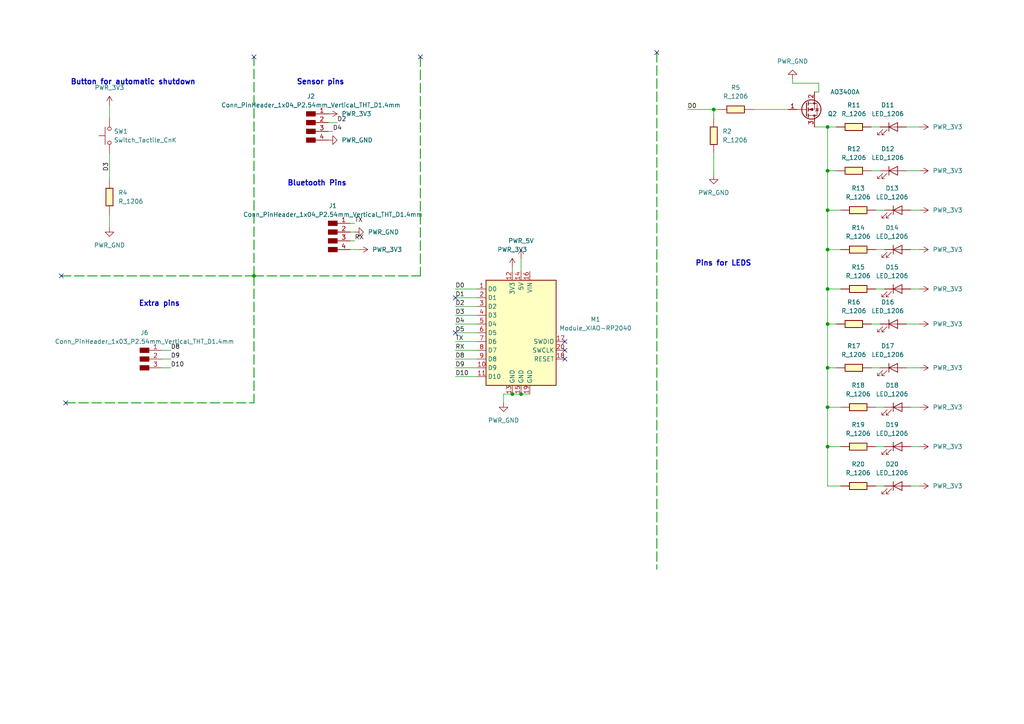
<source format=kicad_sch>
(kicad_sch (version 20250114) (generator "eeschema") (generator_version "9.0")
  (paper "A4")
  (lib_symbols
    (symbol "Fab:Conn_PinHeader_1x03_P2.54mm_Vertical_THT_D1.4mm" (pin_names (hide yes))
      (property "Reference" "J" (at 0 5.08 0))
      (property "Value" "Conn_PinHeader_1x03_P2.54mm_Vertical_THT_D1.4mm" (at 0 -5.08 0))
      (symbol "Conn_PinHeader_1x03_P2.54mm_Vertical_THT_D1.4mm_1_1"
        (rectangle (start -1.27 3.175) (end 1.27 1.905) (stroke (width 0.254)) (fill (type outline)))
        (rectangle (start -1.27 0.635) (end 1.27 -0.635) (stroke (width 0.254)) (fill (type outline)))
        (rectangle (start -1.27 -1.905) (end 1.27 -3.175) (stroke (width 0.254)) (fill (type outline)))
        (pin passive line (at 5.08 2.54 180) (length 3.81) (name "Pin_1") (number "1"))
        (pin passive line (at 5.08 0 180) (length 3.81) (name "Pin_2") (number "2"))
        (pin passive line (at 5.08 -2.54 180) (length 3.81) (name "Pin_3") (number "3"))
      )
    )
    (symbol "Fab:Conn_PinHeader_1x04_P2.54mm_Vertical_THT_D1.4mm" (pin_names (hide yes))
      (property "Reference" "J" (at 0 5.08 0))
      (property "Value" "Conn_PinHeader_1x04_P2.54mm_Vertical_THT_D1.4mm" (at 0 -7.62 0))
      (symbol "Conn_PinHeader_1x04_P2.54mm_Vertical_THT_D1.4mm_1_1"
        (rectangle (start -1.27 3.175) (end 1.27 1.905) (stroke (width 0.254)) (fill (type outline)))
        (rectangle (start -1.27 0.635) (end 1.27 -0.635) (stroke (width 0.254)) (fill (type outline)))
        (rectangle (start -1.27 -1.905) (end 1.27 -3.175) (stroke (width 0.254)) (fill (type outline)))
        (rectangle (start -1.27 -4.445) (end 1.27 -5.715) (stroke (width 0.254)) (fill (type outline)))
        (pin passive line (at 5.08 2.54 180) (length 3.81) (name "Pin_1") (number "1"))
        (pin passive line (at 5.08 0 180) (length 3.81) (name "Pin_2") (number "2"))
        (pin passive line (at 5.08 -2.54 180) (length 3.81) (name "Pin_3") (number "3"))
        (pin passive line (at 5.08 -5.08 180) (length 3.81) (name "Pin_4") (number "4"))
      )
    )
    (symbol "Fab:LED_1206" (pin_numbers (hide yes)) (pin_names (offset 1.016) (hide yes))
      (property "Reference" "D" (at 0 2.54 0))
      (property "Value" "LED_1206" (at 0 -2.54 0))
      (symbol "LED_1206_0_1"
        (polyline (pts (xy -3.048 -0.762) (xy -4.572 -2.286) (xy -3.81 -2.286) (xy -4.572 -2.286) (xy -4.572 -1.524)))
        (polyline (pts (xy -1.778 -0.762) (xy -3.302 -2.286) (xy -2.54 -2.286) (xy -3.302 -2.286) (xy -3.302 -1.524)))
        (polyline (pts (xy -1.27 0) (xy 1.27 0)))
        (polyline (pts (xy -1.27 -1.27) (xy -1.27 1.27)) (stroke (width 0.2032)))
        (polyline (pts (xy 1.27 -1.27) (xy 1.27 1.27) (xy -1.27 0) (xy 1.27 -1.27)) (stroke (width 0.2032)))
      )
      (symbol "LED_1206_1_1"
        (pin passive line (at -3.81 0 0) (length 2.54) (name "K") (number "1"))
        (pin passive line (at 3.81 0 180) (length 2.54) (name "A") (number "2"))
      )
    )
    (symbol "Fab:Module_XIAO-RP2040"
      (property "Reference" "M" (at -10.16 16.51 0))
      (property "Value" "Module_XIAO-RP2040" (at 3.81 16.51 0))
      (symbol "Module_XIAO-RP2040_1_1"
        (rectangle (start -10.16 15.24) (end 10.16 -15.24) (stroke (width 0.254)) (fill (type background)))
        (pin bidirectional line (at -12.7 12.7 0) (length 2.54) (name "D0") (number "1"))
        (pin bidirectional line (at -12.7 10.16 0) (length 2.54) (name "D1") (number "2"))
        (pin bidirectional line (at -12.7 7.62 0) (length 2.54) (name "D2") (number "3"))
        (pin bidirectional line (at -12.7 5.08 0) (length 2.54) (name "D3") (number "4"))
        (pin bidirectional line (at -12.7 2.54 0) (length 2.54) (name "D4") (number "5"))
        (pin bidirectional line (at -12.7 0 0) (length 2.54) (name "D5") (number "6"))
        (pin bidirectional line (at -12.7 -2.54 0) (length 2.54) (name "D6") (number "7"))
        (pin bidirectional line (at -12.7 -5.08 0) (length 2.54) (name "D7") (number "8"))
        (pin bidirectional line (at -12.7 -7.62 0) (length 2.54) (name "D8") (number "9"))
        (pin bidirectional line (at -12.7 -10.16 0) (length 2.54) (name "D9") (number "10"))
        (pin bidirectional line (at -12.7 -12.7 0) (length 2.54) (name "D10") (number "11"))
        (pin power_in line (at -2.54 17.78 270) (length 2.54) (name "3V3") (number "12"))
        (pin power_in line (at -2.54 -17.78 90) (length 2.54) (name "GND") (number "13"))
        (pin power_in line (at 0 17.78 270) (length 2.54) (name "5V") (number "14"))
        (pin power_in line (at 0 -17.78 90) (length 2.54) (name "GND") (number "15"))
        (pin power_in line (at 2.54 17.78 270) (length 2.54) (name "VIN") (number "16"))
        (pin power_in line (at 2.54 -17.78 90) (length 2.54) (name "GND") (number "19"))
        (pin bidirectional line (at 12.7 -2.54 180) (length 2.54) (name "SWDIO") (number "17"))
        (pin input line (at 12.7 -5.08 180) (length 2.54) (name "SWCLK") (number "20"))
        (pin input line (at 12.7 -7.62 180) (length 2.54) (name "RESET") (number "18"))
      )
    )
    (symbol "Fab:PWR_3V3" (power) (pin_names (offset 0))
      (property "Value" "PWR_3V3" (at 0 3.556 0))
      (symbol "PWR_3V3_0_1"
        (polyline (pts (xy -0.762 1.27) (xy 0 2.54)))
        (polyline (pts (xy 0 2.54) (xy 0.762 1.27)))
        (polyline (pts (xy 0 0) (xy 0 2.54)))
      )
      (symbol "PWR_3V3_1_1"
        (pin power_in line (at 0 0 90) (length 0) (hide yes) (name "PWR_3V3") (number "1"))
      )
    )
    (symbol "Fab:PWR_5V" (power) (pin_names (offset 0))
      (property "Value" "PWR_5V" (at 0 3.556 0))
      (symbol "PWR_5V_0_1"
        (polyline (pts (xy -0.762 1.27) (xy 0 2.54)))
        (polyline (pts (xy 0 2.54) (xy 0.762 1.27)))
        (polyline (pts (xy 0 0) (xy 0 2.54)))
      )
      (symbol "PWR_5V_1_1"
        (pin power_in line (at 0 0 90) (length 0) (hide yes) (name "PWR_5V") (number "1"))
      )
    )
    (symbol "Fab:PWR_GND" (power) (pin_names (offset 0))
      (property "Value" "PWR_GND" (at 0 -3.81 0))
      (symbol "PWR_GND_0_1"
        (polyline (pts (xy 0 0) (xy 0 -1.27) (xy 1.27 -1.27) (xy 0 -2.54) (xy -1.27 -1.27) (xy 0 -1.27)))
      )
      (symbol "PWR_GND_1_1"
        (pin power_in line (at 0 0 270) (length 0) (hide yes) (name "PWR_GND") (number "1"))
      )
    )
    (symbol "Fab:R_1206" (pin_numbers (hide yes)) (pin_names (offset 0))
      (property "Reference" "R" (at 2.54 0 90))
      (property "Value" "R_1206" (at -2.54 0 90))
      (symbol "R_1206_0_1"
        (rectangle (start -1.016 -2.54) (end 1.016 2.54) (stroke (width 0.254)) (fill (type background)))
      )
      (symbol "R_1206_1_1"
        (pin passive line (at 0 5.08 270) (length 2.54) (name "~") (number "1"))
        (pin passive line (at 0 -5.08 90) (length 2.54) (name "~") (number "2"))
      )
    )
    (symbol "Fab:Switch_Tactile_CnK" (pin_numbers (hide yes)) (pin_names (offset 1.016) (hide yes))
      (property "Reference" "SW" (at 1.27 3.81 0))
      (property "Value" "Switch_Tactile_CnK" (at 0 0 0))
      (symbol "Switch_Tactile_CnK_0_1"
        (circle (center -2.032 0) (radius 0.508))
        (polyline (pts (xy 0 1.27) (xy 0 3.048)))
        (circle (center 2.032 0) (radius 0.508))
        (polyline (pts (xy 2.54 1.27) (xy -2.54 1.27)))
        (pin passive line (at -5.08 0 0) (length 2.54) (name "1") (number "1"))
        (pin passive line (at 5.08 0 180) (length 2.54) (name "2") (number "2"))
      )
    )
    (symbol "Transistor_FET:AO3400A" (pin_names (hide yes))
      (property "Reference" "Q" (at 5.08 1.905 0))
      (property "Value" "AO3400A" (at 5.08 0 0))
      (symbol "AO3400A_0_1"
        (polyline (pts (xy 0.254 1.905) (xy 0.254 -1.905)) (stroke (width 0.254)))
        (polyline (pts (xy 0.254 0) (xy -2.54 0)))
        (polyline (pts (xy 0.762 2.286) (xy 0.762 1.27)) (stroke (width 0.254)))
        (polyline (pts (xy 0.762 0.508) (xy 0.762 -0.508)) (stroke (width 0.254)))
        (polyline (pts (xy 0.762 -1.27) (xy 0.762 -2.286)) (stroke (width 0.254)))
        (polyline (pts (xy 0.762 -1.778) (xy 3.302 -1.778) (xy 3.302 1.778) (xy 0.762 1.778)))
        (polyline (pts (xy 1.016 0) (xy 2.032 0.381) (xy 2.032 -0.381) (xy 1.016 0)) (fill (type outline)))
        (circle (center 1.651 0) (radius 2.794) (stroke (width 0.254)))
        (polyline (pts (xy 2.54 2.54) (xy 2.54 1.778)))
        (circle (center 2.54 1.778) (radius 0.254) (fill (type outline)))
        (circle (center 2.54 -1.778) (radius 0.254) (fill (type outline)))
        (polyline (pts (xy 2.54 -2.54) (xy 2.54 0) (xy 0.762 0)))
        (polyline (pts (xy 2.794 0.508) (xy 2.921 0.381) (xy 3.683 0.381) (xy 3.81 0.254)))
        (polyline (pts (xy 3.302 0.381) (xy 2.921 -0.254) (xy 3.683 -0.254) (xy 3.302 0.381)))
      )
      (symbol "AO3400A_1_1"
        (pin input line (at -5.08 0 0) (length 2.54) (name "G") (number "1"))
        (pin passive line (at 2.54 5.08 270) (length 2.54) (name "D") (number "3"))
        (pin passive line (at 2.54 -5.08 90) (length 2.54) (name "S") (number "2"))
      )
    )
  )
  (text "Extra pins" (at 46.228 88.138 0) (effects (font (size 1.524 1.524) (thickness 0.3048) (bold yes))))
  (text "Pins for LEDS" (at 209.804 76.454 0) (effects (font (size 1.524 1.524) (thickness 0.3048) (bold yes))))
  (text "Bluetooth Pins\n\n\n\n" (at 91.948 56.896 0) (effects (font (size 1.524 1.524) (thickness 0.3048) (bold yes))))
  (text "Sensor pins" (at 92.964 23.876 0) (effects (font (size 1.524 1.524) (thickness 0.3048) (bold yes))))
  (text "Button for automatic shutdown" (at 38.608 23.876 0) (effects (font (size 1.524 1.524) (thickness 0.3048) (bold yes))))
  (junction (at 73.66 80.01))
  (junction (at 240.03 118.11))
  (junction (at 240.03 83.82))
  (junction (at 207.01 31.75))
  (junction (at 240.03 49.53))
  (junction (at 151.13 114.3))
  (junction (at 148.59 114.3))
  (junction (at 240.03 93.98))
  (junction (at 240.03 60.96))
  (junction (at 240.03 72.39))
  (junction (at 240.03 129.54))
  (junction (at 240.03 36.83))
  (junction (at 240.03 106.68))
  (no_connect (at 73.66 16.51))
  (no_connect (at 19.05 116.84))
  (no_connect (at 132.08 86.36))
  (no_connect (at 163.83 104.14))
  (no_connect (at 190.5 15.24))
  (no_connect (at 163.83 101.6))
  (no_connect (at 17.78 80.01))
  (no_connect (at 132.08 96.52))
  (no_connect (at 163.83 99.06))
  (no_connect (at 121.92 16.51))
  (wire (pts (xy 264.16 60.96) (xy 266.7 60.96)))
  (wire (pts (xy 240.03 93.98) (xy 240.03 83.82)))
  (wire (pts (xy 252.73 93.98) (xy 255.27 93.98)))
  (wire (pts (xy 46.99 106.68) (xy 49.53 106.68)))
  (wire (pts (xy 199.39 31.75) (xy 207.01 31.75)))
  (wire (pts (xy 101.6 67.31) (xy 102.87 67.31)))
  (wire (pts (xy 240.03 93.98) (xy 242.57 93.98)))
  (wire (pts (xy 262.89 106.68) (xy 266.7 106.68)))
  (wire (pts (xy 237.49 24.13) (xy 237.49 26.67)))
  (wire (pts (xy 207.01 31.75) (xy 208.28 31.75)))
  (wire (pts (xy 240.03 83.82) (xy 240.03 72.39)))
  (wire (pts (xy 264.16 129.54) (xy 266.7 129.54)))
  (wire (pts (xy 240.03 36.83) (xy 240.03 49.53)))
  (wire (pts (xy 240.03 60.96) (xy 240.03 72.39)))
  (wire (pts (xy 73.66 80.01) (xy 73.66 16.51)) (stroke (width 0.254) (type dash)))
  (wire (pts (xy 256.54 72.39) (xy 254 72.39)))
  (wire (pts (xy 132.08 106.68) (xy 138.43 106.68)))
  (wire (pts (xy 19.05 116.84) (xy 73.66 116.84)) (stroke (width 0.254) (type dash)))
  (wire (pts (xy 240.03 140.97) (xy 240.03 129.54)))
  (wire (pts (xy 229.87 24.13) (xy 237.49 24.13)))
  (wire (pts (xy 132.08 104.14) (xy 138.43 104.14)))
  (wire (pts (xy 132.08 91.44) (xy 138.43 91.44)))
  (wire (pts (xy 228.6 31.75) (xy 218.44 31.75)))
  (wire (pts (xy 243.84 60.96) (xy 240.03 60.96)))
  (wire (pts (xy 190.5 15.24) (xy 190.5 165.1)) (stroke (width 0.254) (type dash)))
  (wire (pts (xy 31.75 30.48) (xy 31.75 34.29)))
  (wire (pts (xy 132.08 109.22) (xy 138.43 109.22)))
  (wire (pts (xy 132.08 101.6) (xy 138.43 101.6)))
  (wire (pts (xy 132.08 83.82) (xy 138.43 83.82)))
  (wire (pts (xy 240.03 36.83) (xy 242.57 36.83)))
  (wire (pts (xy 121.92 16.51) (xy 121.92 80.01)) (stroke (width 0.254) (type dash)))
  (wire (pts (xy 242.57 106.68) (xy 240.03 106.68)))
  (wire (pts (xy 46.99 101.6) (xy 49.53 101.6)))
  (wire (pts (xy 148.59 77.47) (xy 148.59 78.74)))
  (wire (pts (xy 240.03 93.98) (xy 240.03 106.68)))
  (wire (pts (xy 146.05 114.3) (xy 146.05 116.84)))
  (wire (pts (xy 242.57 49.53) (xy 240.03 49.53)))
  (wire (pts (xy 97.79 35.56) (xy 95.25 35.56)))
  (wire (pts (xy 264.16 118.11) (xy 266.7 118.11)))
  (wire (pts (xy 148.59 114.3) (xy 151.13 114.3)))
  (wire (pts (xy 132.08 88.9) (xy 138.43 88.9)))
  (wire (pts (xy 264.16 72.39) (xy 266.7 72.39)))
  (wire (pts (xy 207.01 31.75) (xy 207.01 34.29)))
  (wire (pts (xy 264.16 140.97) (xy 266.7 140.97)))
  (wire (pts (xy 240.03 118.11) (xy 240.03 106.68)))
  (wire (pts (xy 73.66 80.01) (xy 121.92 80.01)) (stroke (width 0.254) (type dash)))
  (wire (pts (xy 17.78 80.01) (xy 73.66 80.01)) (stroke (width 0.254) (type dash)))
  (wire (pts (xy 102.87 69.85) (xy 101.6 69.85)))
  (wire (pts (xy 256.54 83.82) (xy 254 83.82)))
  (wire (pts (xy 207.01 44.45) (xy 207.01 50.8)))
  (wire (pts (xy 243.84 140.97) (xy 240.03 140.97)))
  (wire (pts (xy 101.6 64.77) (xy 102.87 64.77)))
  (wire (pts (xy 255.27 106.68) (xy 252.73 106.68)))
  (wire (pts (xy 262.89 93.98) (xy 266.7 93.98)))
  (wire (pts (xy 262.89 36.83) (xy 266.7 36.83)))
  (wire (pts (xy 255.27 49.53) (xy 252.73 49.53)))
  (wire (pts (xy 243.84 118.11) (xy 240.03 118.11)))
  (wire (pts (xy 151.13 114.3) (xy 153.67 114.3)))
  (wire (pts (xy 132.08 96.52) (xy 138.43 96.52)))
  (wire (pts (xy 252.73 36.83) (xy 255.27 36.83)))
  (wire (pts (xy 73.66 80.01) (xy 73.66 116.84)) (stroke (width 0.254) (type dash)))
  (wire (pts (xy 132.08 93.98) (xy 138.43 93.98)))
  (wire (pts (xy 256.54 129.54) (xy 254 129.54)))
  (wire (pts (xy 243.84 72.39) (xy 240.03 72.39)))
  (wire (pts (xy 240.03 60.96) (xy 240.03 49.53)))
  (wire (pts (xy 237.49 26.67) (xy 236.22 26.67)))
  (wire (pts (xy 262.89 49.53) (xy 266.7 49.53)))
  (wire (pts (xy 229.87 24.13) (xy 229.87 22.86)))
  (wire (pts (xy 256.54 60.96) (xy 254 60.96)))
  (wire (pts (xy 132.08 86.36) (xy 138.43 86.36)))
  (wire (pts (xy 151.13 74.93) (xy 151.13 78.74)))
  (wire (pts (xy 148.59 114.3) (xy 146.05 114.3)))
  (wire (pts (xy 31.75 62.23) (xy 31.75 66.04)))
  (wire (pts (xy 256.54 140.97) (xy 254 140.97)))
  (wire (pts (xy 240.03 118.11) (xy 240.03 129.54)))
  (wire (pts (xy 101.6 72.39) (xy 104.14 72.39)))
  (wire (pts (xy 236.22 36.83) (xy 240.03 36.83)))
  (wire (pts (xy 46.99 104.14) (xy 49.53 104.14)))
  (wire (pts (xy 96.52 38.1) (xy 95.25 38.1)))
  (wire (pts (xy 243.84 129.54) (xy 240.03 129.54)))
  (wire (pts (xy 256.54 118.11) (xy 254 118.11)))
  (wire (pts (xy 31.75 44.45) (xy 31.75 52.07)))
  (wire (pts (xy 264.16 83.82) (xy 266.7 83.82)))
  (wire (pts (xy 132.08 99.06) (xy 138.43 99.06)))
  (wire (pts (xy 240.03 83.82) (xy 243.84 83.82)))
  (label "D0" (at 132.08 83.82 0))
  (label "D1" (at 132.08 86.36 0))
  (label "RX" (at 102.87 69.85 0))
  (label "RX" (at 132.08 101.6 0))
  (label "D3" (at 132.08 91.44 0))
  (label "TX" (at 102.87 64.77 0))
  (label "D9" (at 49.53 104.14 0))
  (label "D8" (at 132.08 104.14 0))
  (label "D2" (at 97.79 35.56 0))
  (label "D5" (at 132.08 96.52 0))
  (label "D3" (at 31.75 46.99 270))
  (label "D8" (at 49.53 101.6 0))
  (label "D0" (at 199.39 31.75 0))
  (label "D10" (at 49.53 106.68 0))
  (label "D2" (at 132.08 88.9 0))
  (label "D4" (at 132.08 93.98 0))
  (label "D9" (at 132.08 106.68 0))
  (label "TX" (at 132.08 99.06 0))
  (label "D10" (at 132.08 109.22 0))
  (label "D4" (at 96.52 38.1 0))
  (symbol (lib_id "Fab:R_1206") (at 248.92 60.96 90) (unit 1)
    (property "Reference" "R13" (at 248.92 54.61 90))
    (property "Value" "R_1206" (at 248.92 57.15 90))
    (property "Footprint" "fab:R_1206" (effects (hide yes)))
    (property "Description" "Resistor" (effects (hide yes)))
  )
  (symbol (lib_id "Fab:R_1206") (at 247.65 93.98 90) (unit 1)
    (property "Reference" "R16" (at 247.65 87.63 90))
    (property "Value" "R_1206" (at 247.65 90.17 90))
    (property "Footprint" "fab:R_1206" (effects (hide yes)))
    (property "Description" "Resistor" (effects (hide yes)))
  )
  (symbol (lib_id "Fab:PWR_3V3") (at 266.7 36.83 270) (unit 1)
    (property "Reference" "#PWR012" (effects (hide yes)))
    (property "Value" "PWR_3V3" (at 270.51 36.8299 90) (effects (justify left)))
    (property "Description" "Power symbol creates a global label with name \"+3V3\"" (effects (hide yes)))
  )
  (symbol (lib_id "Fab:LED_1206") (at 260.35 72.39 0) (unit 1)
    (property "Reference" "D14" (at 258.7498 66.04 0))
    (property "Value" "LED_1206" (at 258.7498 68.58 0))
    (property "Footprint" "fab:LED_1206" (effects (hide yes)))
    (property "Datasheet" "https://optoelectronics.liteon.com/upload/download/DS-22-98-0002/LTST-C150CKT.pdf" (effects (hide yes)))
    (property "Description" "Light emitting diode, Lite-On Inc. LTST, SMD" (effects (hide yes)))
  )
  (symbol (lib_id "Fab:LED_1206") (at 259.08 49.53 0) (unit 1)
    (property "Reference" "D12" (at 257.4798 43.18 0))
    (property "Value" "LED_1206" (at 257.4798 45.72 0))
    (property "Footprint" "fab:LED_1206" (effects (hide yes)))
    (property "Datasheet" "https://optoelectronics.liteon.com/upload/download/DS-22-98-0002/LTST-C150CKT.pdf" (effects (hide yes)))
    (property "Description" "Light emitting diode, Lite-On Inc. LTST, SMD" (effects (hide yes)))
  )
  (symbol (lib_id "Fab:LED_1206") (at 259.08 106.68 0) (unit 1)
    (property "Reference" "D17" (at 257.4798 100.33 0))
    (property "Value" "LED_1206" (at 257.4798 102.87 0))
    (property "Footprint" "fab:LED_1206" (effects (hide yes)))
    (property "Datasheet" "https://optoelectronics.liteon.com/upload/download/DS-22-98-0002/LTST-C150CKT.pdf" (effects (hide yes)))
    (property "Description" "Light emitting diode, Lite-On Inc. LTST, SMD" (effects (hide yes)))
  )
  (symbol (lib_id "Fab:PWR_3V3") (at 266.7 72.39 270) (unit 1)
    (property "Reference" "#PWR015" (effects (hide yes)))
    (property "Value" "PWR_3V3" (at 270.51 72.3899 90) (effects (justify left)))
    (property "Description" "Power symbol creates a global label with name \"+3V3\"" (effects (hide yes)))
  )
  (symbol (lib_id "Fab:PWR_GND") (at 229.87 22.86 180) (unit 1)
    (property "Reference" "#PWR011" (effects (hide yes)))
    (property "Value" "PWR_GND" (at 229.87 17.78 0))
    (property "Description" "Power symbol creates a global label with name \"GND\" , ground" (effects (hide yes)))
  )
  (symbol (lib_id "Fab:Conn_PinHeader_1x04_P2.54mm_Vertical_THT_D1.4mm") (at 90.17 35.56 0) (unit 1)
    (property "Reference" "J2" (at 90.17 27.94 0))
    (property "Value" "Conn_PinHeader_1x04_P2.54mm_Vertical_THT_D1.4mm" (at 90.17 30.48 0))
    (property "Footprint" "fab:PinHeader_1x04_P2.54mm_Vertical_THT_D1.4mm" (effects (hide yes)))
    (property "Description" "Male connector, single row" (effects (hide yes)))
  )
  (symbol (lib_id "Transistor_FET:AO3400A") (at 233.68 31.75 0) (mirror x) (unit 1)
    (property "Reference" "Q2" (at 240.03 33.0201 0) (effects (justify left)))
    (property "Value" "AO3400A" (at 240.792 26.67 0) (effects (justify left)))
    (property "Footprint" "fab:SOT-23" (effects (hide yes)))
    (property "Datasheet" "http://www.aosmd.com/pdfs/datasheet/AO3400A.pdf" (effects (hide yes)))
    (property "Description" "30V Vds, 5.7A Id, N-Channel MOSFET, SOT-23" (effects (hide yes)))
  )
  (symbol (lib_id "Fab:PWR_GND") (at 146.05 116.84 0) (unit 1)
    (property "Reference" "#PWR03" (effects (hide yes)))
    (property "Value" "PWR_GND" (at 146.05 121.92 0))
    (property "Description" "Power symbol creates a global label with name \"GND\" , ground" (effects (hide yes)))
  )
  (symbol (lib_id "Fab:LED_1206") (at 260.35 140.97 0) (unit 1)
    (property "Reference" "D20" (at 258.7498 134.62 0))
    (property "Value" "LED_1206" (at 258.7498 137.16 0))
    (property "Footprint" "fab:LED_1206" (effects (hide yes)))
    (property "Datasheet" "https://optoelectronics.liteon.com/upload/download/DS-22-98-0002/LTST-C150CKT.pdf" (effects (hide yes)))
    (property "Description" "Light emitting diode, Lite-On Inc. LTST, SMD" (effects (hide yes)))
  )
  (symbol (lib_id "Fab:R_1206") (at 248.92 118.11 90) (unit 1)
    (property "Reference" "R18" (at 248.92 111.76 90))
    (property "Value" "R_1206" (at 248.92 114.3 90))
    (property "Footprint" "fab:R_1206" (effects (hide yes)))
    (property "Description" "Resistor" (effects (hide yes)))
  )
  (symbol (lib_id "Fab:PWR_3V3") (at 266.7 106.68 270) (unit 1)
    (property "Reference" "#PWR018" (effects (hide yes)))
    (property "Value" "PWR_3V3" (at 270.51 106.6799 90) (effects (justify left)))
    (property "Description" "Power symbol creates a global label with name \"+3V3\"" (effects (hide yes)))
  )
  (symbol (lib_id "Fab:PWR_3V3") (at 31.75 30.48 0) (unit 1)
    (property "Reference" "#PWR09" (effects (hide yes)))
    (property "Value" "PWR_3V3" (at 31.75 25.4 0))
    (property "Description" "Power symbol creates a global label with name \"+3V3\"" (effects (hide yes)))
  )
  (symbol (lib_id "Fab:R_1206") (at 247.65 106.68 90) (unit 1)
    (property "Reference" "R17" (at 247.65 100.33 90))
    (property "Value" "R_1206" (at 247.65 102.87 90))
    (property "Footprint" "fab:R_1206" (effects (hide yes)))
    (property "Description" "Resistor" (effects (hide yes)))
  )
  (symbol (lib_id "Fab:R_1206") (at 247.65 36.83 90) (unit 1)
    (property "Reference" "R11" (at 247.65 30.48 90))
    (property "Value" "R_1206" (at 247.65 33.02 90))
    (property "Footprint" "fab:R_1206" (effects (hide yes)))
    (property "Description" "Resistor" (effects (hide yes)))
  )
  (symbol (lib_id "Fab:PWR_3V3") (at 266.7 118.11 270) (unit 1)
    (property "Reference" "#PWR019" (effects (hide yes)))
    (property "Value" "PWR_3V3" (at 270.51 118.1099 90) (effects (justify left)))
    (property "Description" "Power symbol creates a global label with name \"+3V3\"" (effects (hide yes)))
  )
  (symbol (lib_id "Fab:PWR_GND") (at 95.25 40.64 90) (unit 1)
    (property "Reference" "#PWR08" (effects (hide yes)))
    (property "Value" "PWR_GND" (at 99.06 40.6399 90) (effects (justify right)))
    (property "Description" "Power symbol creates a global label with name \"GND\" , ground" (effects (hide yes)))
  )
  (symbol (lib_id "Fab:R_1206") (at 247.65 49.53 90) (unit 1)
    (property "Reference" "R12" (at 247.65 43.18 90))
    (property "Value" "R_1206" (at 247.65 45.72 90))
    (property "Footprint" "fab:R_1206" (effects (hide yes)))
    (property "Description" "Resistor" (effects (hide yes)))
  )
  (symbol (lib_id "Fab:PWR_3V3") (at 266.7 129.54 270) (unit 1)
    (property "Reference" "#PWR020" (effects (hide yes)))
    (property "Value" "PWR_3V3" (at 270.51 129.5399 90) (effects (justify left)))
    (property "Description" "Power symbol creates a global label with name \"+3V3\"" (effects (hide yes)))
  )
  (symbol (lib_id "Fab:Conn_PinHeader_1x04_P2.54mm_Vertical_THT_D1.4mm") (at 96.52 67.31 0) (unit 1)
    (property "Reference" "J1" (at 96.52 59.69 0))
    (property "Value" "Conn_PinHeader_1x04_P2.54mm_Vertical_THT_D1.4mm" (at 96.52 62.23 0))
    (property "Footprint" "fab:PinHeader_1x04_P2.54mm_Vertical_THT_D1.4mm" (effects (hide yes)))
    (property "Description" "Male connector, single row" (effects (hide yes)))
  )
  (symbol (lib_id "Fab:LED_1206") (at 259.08 36.83 0) (unit 1)
    (property "Reference" "D11" (at 257.4798 30.48 0))
    (property "Value" "LED_1206" (at 257.4798 33.02 0))
    (property "Footprint" "fab:LED_1206" (effects (hide yes)))
    (property "Datasheet" "https://optoelectronics.liteon.com/upload/download/DS-22-98-0002/LTST-C150CKT.pdf" (effects (hide yes)))
    (property "Description" "Light emitting diode, Lite-On Inc. LTST, SMD" (effects (hide yes)))
  )
  (symbol (lib_id "Fab:R_1206") (at 31.75 57.15 0) (unit 1)
    (property "Reference" "R4" (at 34.29 55.8799 0) (effects (justify left)))
    (property "Value" "R_1206" (at 34.29 58.4199 0) (effects (justify left)))
    (property "Footprint" "fab:R_1206" (effects (hide yes)))
    (property "Description" "Resistor" (effects (hide yes)))
  )
  (symbol (lib_id "Fab:R_1206") (at 248.92 83.82 90) (unit 1)
    (property "Reference" "R15" (at 248.92 77.47 90))
    (property "Value" "R_1206" (at 248.92 80.01 90))
    (property "Footprint" "fab:R_1206" (effects (hide yes)))
    (property "Description" "Resistor" (effects (hide yes)))
  )
  (symbol (lib_id "Fab:PWR_5V") (at 151.13 74.93 0) (unit 1)
    (property "Reference" "#PWR02" (effects (hide yes)))
    (property "Value" "PWR_5V" (at 151.13 69.85 0))
    (property "Description" "Power symbol creates a global label with name \"+5V\"" (effects (hide yes)))
  )
  (symbol (lib_id "Fab:PWR_3V3") (at 148.59 77.47 0) (unit 1)
    (property "Reference" "#PWR022" (effects (hide yes)))
    (property "Value" "PWR_3V3" (at 148.59 72.39 0))
    (property "Description" "Power symbol creates a global label with name \"+3V3\"" (effects (hide yes)))
  )
  (symbol (lib_id "Fab:PWR_3V3") (at 266.7 49.53 270) (unit 1)
    (property "Reference" "#PWR013" (effects (hide yes)))
    (property "Value" "PWR_3V3" (at 270.51 49.5299 90) (effects (justify left)))
    (property "Description" "Power symbol creates a global label with name \"+3V3\"" (effects (hide yes)))
  )
  (symbol (lib_id "Fab:PWR_3V3") (at 266.7 60.96 270) (unit 1)
    (property "Reference" "#PWR014" (effects (hide yes)))
    (property "Value" "PWR_3V3" (at 270.51 60.9599 90) (effects (justify left)))
    (property "Description" "Power symbol creates a global label with name \"+3V3\"" (effects (hide yes)))
  )
  (symbol (lib_id "Fab:PWR_3V3") (at 266.7 83.82 270) (unit 1)
    (property "Reference" "#PWR016" (effects (hide yes)))
    (property "Value" "PWR_3V3" (at 270.51 83.8199 90) (effects (justify left)))
    (property "Description" "Power symbol creates a global label with name \"+3V3\"" (effects (hide yes)))
  )
  (symbol (lib_id "Fab:LED_1206") (at 260.35 129.54 0) (unit 1)
    (property "Reference" "D19" (at 258.7498 123.19 0))
    (property "Value" "LED_1206" (at 258.7498 125.73 0))
    (property "Footprint" "fab:LED_1206" (effects (hide yes)))
    (property "Datasheet" "https://optoelectronics.liteon.com/upload/download/DS-22-98-0002/LTST-C150CKT.pdf" (effects (hide yes)))
    (property "Description" "Light emitting diode, Lite-On Inc. LTST, SMD" (effects (hide yes)))
  )
  (symbol (lib_id "Fab:PWR_GND") (at 207.01 50.8 0) (unit 1)
    (property "Reference" "#PWR010" (effects (hide yes)))
    (property "Value" "PWR_GND" (at 207.01 55.88 0))
    (property "Description" "Power symbol creates a global label with name \"GND\" , ground" (effects (hide yes)))
  )
  (symbol (lib_id "Fab:Module_XIAO-RP2040") (at 151.13 96.52 0) (unit 1)
    (property "Reference" "M1" (at 172.72 92.6398 0))
    (property "Value" "Module_XIAO-RP2040" (at 172.72 95.1798 0))
    (property "Footprint" "fab:SeeedStudio_XIAO_RP2040" (effects (hide yes)))
    (property "Datasheet" "https://wiki.seeedstudio.com/XIAO-RP2040/" (effects (hide yes)))
    (property "Description" "RP2040 XIAO RP2040 - ARM® Cortex®-M0+ MCU 32-Bit Embedded Evaluation Board" (effects (hide yes)))
  )
  (symbol (lib_id "Fab:PWR_GND") (at 102.87 67.31 90) (unit 1)
    (property "Reference" "#PWR04" (effects (hide yes)))
    (property "Value" "PWR_GND" (at 106.68 67.3099 90) (effects (justify right)))
    (property "Description" "Power symbol creates a global label with name \"GND\" , ground" (effects (hide yes)))
  )
  (symbol (lib_id "Fab:Switch_Tactile_CnK") (at 31.75 39.37 90) (unit 1)
    (property "Reference" "SW1" (at 33.02 38.0999 90) (effects (justify right)))
    (property "Value" "Switch_Tactile_CnK" (at 33.02 40.6399 90) (effects (justify right)))
    (property "Footprint" "fab:Button_CnK_PTS636.0_6x3.5mm" (effects (hide yes)))
    (property "Datasheet" "https://www.ckswitches.com/media/2779/pts636.pdf" (effects (hide yes)))
    (property "Description" "Push button switch, C&K PTS636 SM25F SMTR LFS, Tactile Switch SPST-NO Top Actuated Surface Mount" (effects (hide yes)))
  )
  (symbol (lib_id "Fab:PWR_3V3") (at 104.14 72.39 270) (unit 1)
    (property "Reference" "#PWR05" (effects (hide yes)))
    (property "Value" "PWR_3V3" (at 107.95 72.3899 90) (effects (justify left)))
    (property "Description" "Power symbol creates a global label with name \"+3V3\"" (effects (hide yes)))
  )
  (symbol (lib_id "Fab:Conn_PinHeader_1x03_P2.54mm_Vertical_THT_D1.4mm") (at 41.91 104.14 0) (unit 1)
    (property "Reference" "J6" (at 41.91 96.52 0))
    (property "Value" "Conn_PinHeader_1x03_P2.54mm_Vertical_THT_D1.4mm" (at 41.91 99.06 0))
    (property "Footprint" "fab:PinHeader_1x03_P2.54mm_Vertical_THT_D1.4mm" (effects (hide yes)))
    (property "Description" "Male connector, single row" (effects (hide yes)))
  )
  (symbol (lib_id "Fab:R_1206") (at 207.01 39.37 180) (unit 1)
    (property "Reference" "R2" (at 209.55 38.0999 0) (effects (justify right)))
    (property "Value" "R_1206" (at 209.55 40.6399 0) (effects (justify right)))
    (property "Footprint" "fab:R_1206" (effects (hide yes)))
    (property "Description" "Resistor" (effects (hide yes)))
  )
  (symbol (lib_id "Fab:LED_1206") (at 260.35 118.11 0) (unit 1)
    (property "Reference" "D18" (at 258.7498 111.76 0))
    (property "Value" "LED_1206" (at 258.7498 114.3 0))
    (property "Footprint" "fab:LED_1206" (effects (hide yes)))
    (property "Datasheet" "https://optoelectronics.liteon.com/upload/download/DS-22-98-0002/LTST-C150CKT.pdf" (effects (hide yes)))
    (property "Description" "Light emitting diode, Lite-On Inc. LTST, SMD" (effects (hide yes)))
  )
  (symbol (lib_id "Fab:R_1206") (at 248.92 140.97 90) (unit 1)
    (property "Reference" "R20" (at 248.92 134.62 90))
    (property "Value" "R_1206" (at 248.92 137.16 90))
    (property "Footprint" "fab:R_1206" (effects (hide yes)))
    (property "Description" "Resistor" (effects (hide yes)))
  )
  (symbol (lib_id "Fab:LED_1206") (at 259.08 93.98 0) (unit 1)
    (property "Reference" "D16" (at 257.4798 87.63 0))
    (property "Value" "LED_1206" (at 257.4798 90.17 0))
    (property "Footprint" "fab:LED_1206" (effects (hide yes)))
    (property "Datasheet" "https://optoelectronics.liteon.com/upload/download/DS-22-98-0002/LTST-C150CKT.pdf" (effects (hide yes)))
    (property "Description" "Light emitting diode, Lite-On Inc. LTST, SMD" (effects (hide yes)))
  )
  (symbol (lib_id "Fab:PWR_3V3") (at 95.25 33.02 270) (unit 1)
    (property "Reference" "#PWR07" (effects (hide yes)))
    (property "Value" "PWR_3V3" (at 99.06 33.0199 90) (effects (justify left)))
    (property "Description" "Power symbol creates a global label with name \"+3V3\"" (effects (hide yes)))
  )
  (symbol (lib_id "Fab:R_1206") (at 248.92 72.39 90) (unit 1)
    (property "Reference" "R14" (at 248.92 66.04 90))
    (property "Value" "R_1206" (at 248.92 68.58 90))
    (property "Footprint" "fab:R_1206" (effects (hide yes)))
    (property "Description" "Resistor" (effects (hide yes)))
  )
  (symbol (lib_id "Fab:LED_1206") (at 260.35 83.82 0) (unit 1)
    (property "Reference" "D15" (at 258.7498 77.47 0))
    (property "Value" "LED_1206" (at 258.7498 80.01 0))
    (property "Footprint" "fab:LED_1206" (effects (hide yes)))
    (property "Datasheet" "https://optoelectronics.liteon.com/upload/download/DS-22-98-0002/LTST-C150CKT.pdf" (effects (hide yes)))
    (property "Description" "Light emitting diode, Lite-On Inc. LTST, SMD" (effects (hide yes)))
  )
  (symbol (lib_id "Fab:R_1206") (at 248.92 129.54 90) (unit 1)
    (property "Reference" "R19" (at 248.92 123.19 90))
    (property "Value" "R_1206" (at 248.92 125.73 90))
    (property "Footprint" "fab:R_1206" (effects (hide yes)))
    (property "Description" "Resistor" (effects (hide yes)))
  )
  (symbol (lib_id "Fab:PWR_3V3") (at 266.7 93.98 270) (unit 1)
    (property "Reference" "#PWR017" (effects (hide yes)))
    (property "Value" "PWR_3V3" (at 270.51 93.9799 90) (effects (justify left)))
    (property "Description" "Power symbol creates a global label with name \"+3V3\"" (effects (hide yes)))
  )
  (symbol (lib_id "Fab:PWR_3V3") (at 266.7 140.97 270) (unit 1)
    (property "Reference" "#PWR021" (effects (hide yes)))
    (property "Value" "PWR_3V3" (at 270.51 140.9699 90) (effects (justify left)))
    (property "Description" "Power symbol creates a global label with name \"+3V3\"" (effects (hide yes)))
  )
  (symbol (lib_id "Fab:R_1206") (at 213.36 31.75 90) (unit 1)
    (property "Reference" "R5" (at 213.36 25.4 90))
    (property "Value" "R_1206" (at 213.36 27.94 90))
    (property "Footprint" "fab:R_1206" (effects (hide yes)))
    (property "Description" "Resistor" (effects (hide yes)))
  )
  (symbol (lib_id "Fab:LED_1206") (at 260.35 60.96 0) (unit 1)
    (property "Reference" "D13" (at 258.7498 54.61 0))
    (property "Value" "LED_1206" (at 258.7498 57.15 0))
    (property "Footprint" "fab:LED_1206" (effects (hide yes)))
    (property "Datasheet" "https://optoelectronics.liteon.com/upload/download/DS-22-98-0002/LTST-C150CKT.pdf" (effects (hide yes)))
    (property "Description" "Light emitting diode, Lite-On Inc. LTST, SMD" (effects (hide yes)))
  )
  (symbol (lib_id "Fab:PWR_GND") (at 31.75 66.04 0) (unit 1)
    (property "Reference" "#PWR06" (effects (hide yes)))
    (property "Value" "PWR_GND" (at 31.75 71.12 0))
    (property "Description" "Power symbol creates a global label with name \"GND\" , ground" (effects (hide yes)))
  )
)
</source>
